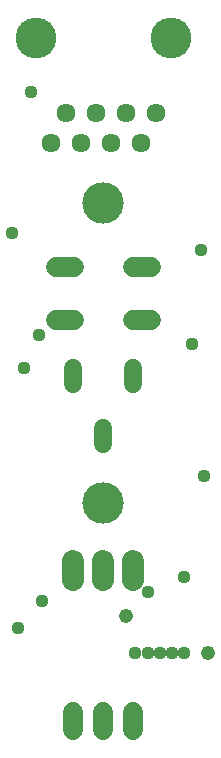
<source format=gbs>
G75*
%MOIN*%
%OFA0B0*%
%FSLAX24Y24*%
%IPPOS*%
%LPD*%
%AMOC8*
5,1,8,0,0,1.08239X$1,22.5*
%
%ADD10C,0.1380*%
%ADD11C,0.0730*%
%ADD12C,0.0680*%
%ADD13C,0.0634*%
%ADD14C,0.1360*%
%ADD15C,0.0600*%
%ADD16C,0.0440*%
%ADD17C,0.0476*%
D10*
X004220Y009317D03*
X004220Y019317D03*
D11*
X004220Y007391D02*
X004220Y006742D01*
X003220Y006742D02*
X003220Y007391D01*
X005220Y007391D02*
X005220Y006742D01*
D12*
X003220Y002367D02*
X003220Y001767D01*
X004220Y001767D02*
X004220Y002367D01*
X005220Y002367D02*
X005220Y001767D01*
X005200Y015427D02*
X005800Y015427D01*
X005800Y017207D02*
X005200Y017207D01*
X003240Y017207D02*
X002640Y017207D01*
X002640Y015427D02*
X003240Y015427D01*
D13*
X003470Y021317D03*
X002470Y021317D03*
X002970Y022317D03*
X003970Y022317D03*
X004970Y022317D03*
X005970Y022317D03*
X005470Y021317D03*
X004470Y021317D03*
D14*
X006470Y024817D03*
X001970Y024817D03*
D15*
X003220Y013827D02*
X003220Y013307D01*
X004220Y011827D02*
X004220Y011307D01*
X005220Y013307D02*
X005220Y013827D01*
D16*
X007170Y014617D03*
X007470Y017767D03*
X002070Y014917D03*
X001570Y013817D03*
X001170Y018317D03*
X001820Y023017D03*
X007570Y010217D03*
X006920Y006867D03*
X005720Y006367D03*
X005720Y004317D03*
X005270Y004317D03*
X006120Y004317D03*
X006520Y004317D03*
X006920Y004317D03*
X002170Y006067D03*
X001370Y005167D03*
D17*
X004970Y005567D03*
X007720Y004317D03*
M02*

</source>
